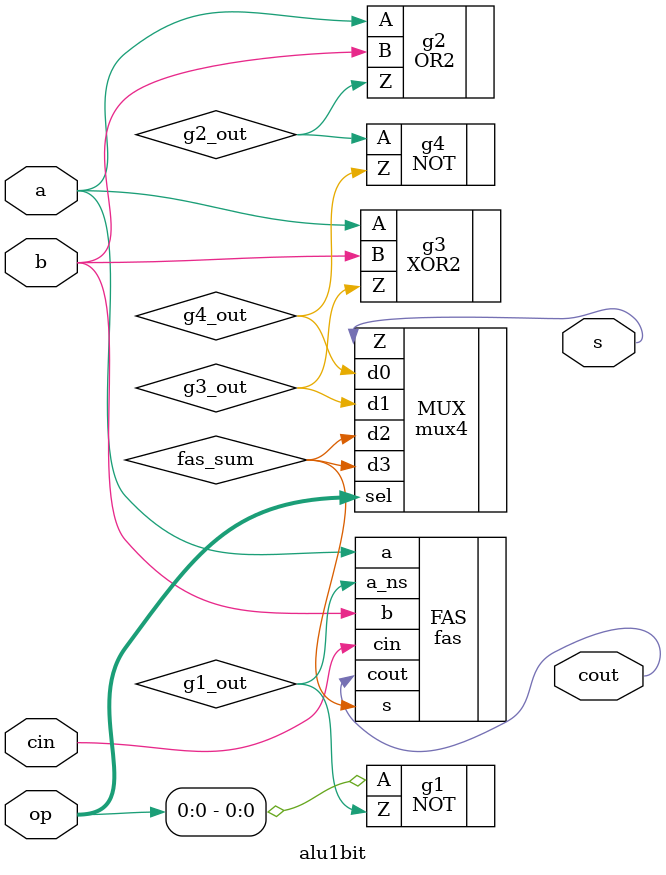
<source format=sv>
module alu1bit (
    input logic a,           // Input bit a
    input logic b,           // Input bit b
    input logic cin,         // Carry in
    input logic [1:0] op,    // Operation
    output logic s,          // Output S
    output logic cout        // Carry out
);

// Put your code here
// ------------------
parameter B=10,C=6,D=6,E=3,F=1,G=8;
logic fas_sum, g1_out;
logic g2_out, g3_out, g4_out, mux_out;

fas #(.B(B), .C(C), .D(D), .E(E), .F(F), .G(G)) FAS (
        .cout(cout),
        .cin(cin),
        .a_ns(g1_out),
        .s(fas_sum),
        .a(a),
        .b(b)
);

NOT #(.Tpdlh(B), .Tpdhl(C)) g1 (.Z(g1_out), .A(op[0]));
OR2 #(.Tpdlh(D), .Tpdhl(E)) g2 (.Z(g2_out), .A(a), .B(b));
XOR2 #(.Tpdlh(F), .Tpdhl(G)) g3 (.Z(g3_out), .A(a), .B(b));
NOT #(.Tpdlh(B), .Tpdhl(C)) g4 (.Z(g4_out), .A(g2_out));
mux4 #(.B(B), .C(C), .D(D), .E(E), .F(F), .G(G)) MUX (
    .Z(s),
    .sel(op),
    .d0(g4_out),
    .d1(g3_out),
    .d2(fas_sum),
    .d3(fas_sum)
);

// End of your code

endmodule

</source>
